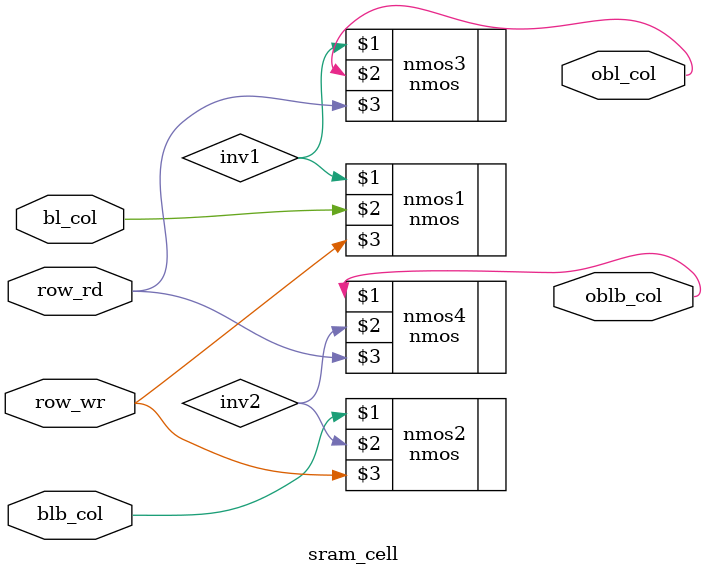
<source format=sv>
module sram_cell (
    input  logic row_wr,
	input  logic row_rd,
    input  wire bl_col,
    input  wire blb_col,
	output wire obl_col,
	output wire oblb_col
);
    // NMOS and NOT Gates nodes
    wire inv1;
    wire inv2;
    // Memory cell structure
    nmos nmos1(inv1,bl_col,row_wr);
    nmos nmos2(blb_col,inv2,row_wr);
	nmos nmos3(inv1,obl_col,row_rd);
    nmos nmos4(oblb_col,inv2,row_rd);
    not not1(inv2,inv1);
    not not2(inv1,inv2);
	
endmodule

</source>
